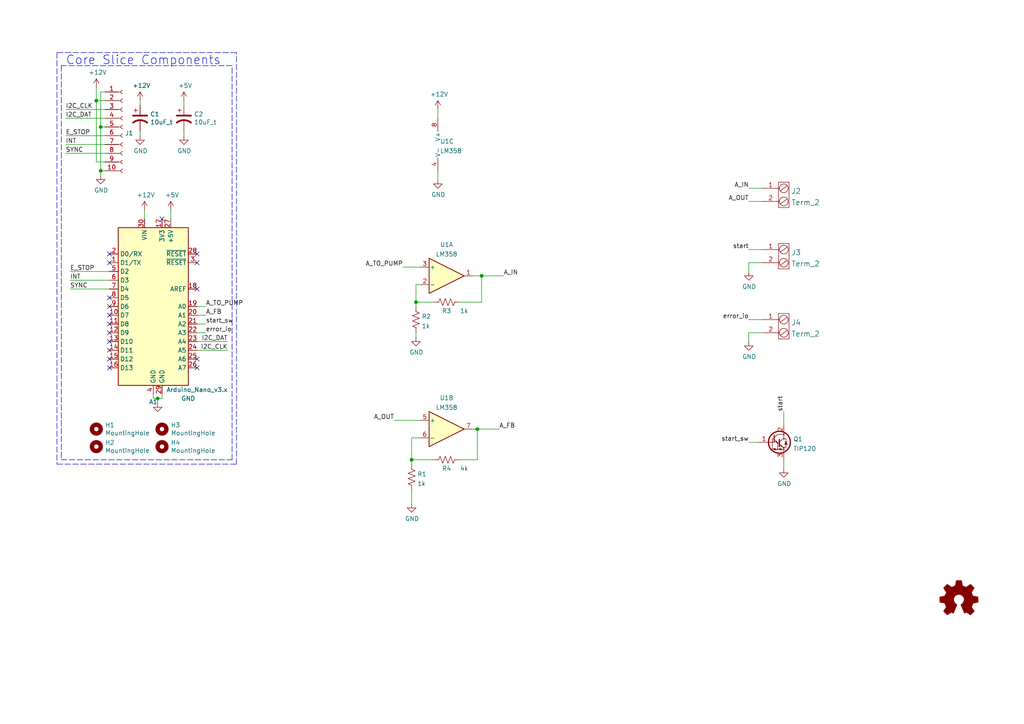
<source format=kicad_sch>
(kicad_sch (version 20231120) (generator "eeschema") (generator_version "8.0")
  (paper "A4")
  (lib_symbols
    (symbol "Amplifier_Operational:LM358" (pin_names (offset 0.127))
      (property "Reference" "U" (at 0 5.08 0))
      (property "Value" "LM358" (at 0 -5.08 0))
      (symbol "LM358_1_1"
        (polyline (pts (xy -5.08 5.08) (xy 5.08 0) (xy -5.08 -5.08) (xy -5.08 5.08)) (stroke (width 0.254)) (fill (type background)))
        (pin output line (at 7.62 0 180) (length 2.54) (name "~") (number "1"))
        (pin input line (at -7.62 -2.54 0) (length 2.54) (name "-") (number "2"))
        (pin input line (at -7.62 2.54 0) (length 2.54) (name "+") (number "3"))
      )
      (symbol "LM358_2_1"
        (polyline (pts (xy -5.08 5.08) (xy 5.08 0) (xy -5.08 -5.08) (xy -5.08 5.08)) (stroke (width 0.254)) (fill (type background)))
        (pin input line (at -7.62 2.54 0) (length 2.54) (name "+") (number "5"))
        (pin input line (at -7.62 -2.54 0) (length 2.54) (name "-") (number "6"))
        (pin output line (at 7.62 0 180) (length 2.54) (name "~") (number "7"))
      )
      (symbol "LM358_3_1"
        (pin power_in line (at -2.54 -7.62 90) (length 3.81) (name "V-") (number "4"))
        (pin power_in line (at -2.54 7.62 270) (length 3.81) (name "V+") (number "8"))
      )
    )
    (symbol "Connector:Conn_01x10_Female" (pin_names (offset 1.016) hide)
      (property "Reference" "J" (at 0 12.7 0))
      (property "Value" "Conn_01x10_Female" (at 0 -15.24 0))
      (symbol "Conn_01x10_Female_1_1"
        (arc (start 0 -12.192) (mid -0.5058 -12.7) (end 0 -13.208) (stroke (width 0.1524)))
        (arc (start 0 -9.652) (mid -0.5058 -10.16) (end 0 -10.668) (stroke (width 0.1524)))
        (arc (start 0 -7.112) (mid -0.5058 -7.62) (end 0 -8.128) (stroke (width 0.1524)))
        (arc (start 0 -4.572) (mid -0.5058 -5.08) (end 0 -5.588) (stroke (width 0.1524)))
        (arc (start 0 -2.032) (mid -0.5058 -2.54) (end 0 -3.048) (stroke (width 0.1524)))
        (polyline (pts (xy -1.27 -12.7) (xy -0.508 -12.7)) (stroke (width 0.1524)))
        (polyline (pts (xy -1.27 -10.16) (xy -0.508 -10.16)) (stroke (width 0.1524)))
        (polyline (pts (xy -1.27 -7.62) (xy -0.508 -7.62)) (stroke (width 0.1524)))
        (polyline (pts (xy -1.27 -5.08) (xy -0.508 -5.08)) (stroke (width 0.1524)))
        (polyline (pts (xy -1.27 -2.54) (xy -0.508 -2.54)) (stroke (width 0.1524)))
        (polyline (pts (xy -1.27 0) (xy -0.508 0)) (stroke (width 0.1524)))
        (polyline (pts (xy -1.27 2.54) (xy -0.508 2.54)) (stroke (width 0.1524)))
        (polyline (pts (xy -1.27 5.08) (xy -0.508 5.08)) (stroke (width 0.1524)))
        (polyline (pts (xy -1.27 7.62) (xy -0.508 7.62)) (stroke (width 0.1524)))
        (polyline (pts (xy -1.27 10.16) (xy -0.508 10.16)) (stroke (width 0.1524)))
        (arc (start 0 0.508) (mid -0.5058 0) (end 0 -0.508) (stroke (width 0.1524)))
        (arc (start 0 3.048) (mid -0.5058 2.54) (end 0 2.032) (stroke (width 0.1524)))
        (arc (start 0 5.588) (mid -0.5058 5.08) (end 0 4.572) (stroke (width 0.1524)))
        (arc (start 0 8.128) (mid -0.5058 7.62) (end 0 7.112) (stroke (width 0.1524)))
        (arc (start 0 10.668) (mid -0.5058 10.16) (end 0 9.652) (stroke (width 0.1524)))
        (pin passive line (at -5.08 10.16 0) (length 3.81) (name "Pin_1") (number "1"))
        (pin passive line (at -5.08 -12.7 0) (length 3.81) (name "Pin_10") (number "10"))
        (pin passive line (at -5.08 7.62 0) (length 3.81) (name "Pin_2") (number "2"))
        (pin passive line (at -5.08 5.08 0) (length 3.81) (name "Pin_3") (number "3"))
        (pin passive line (at -5.08 2.54 0) (length 3.81) (name "Pin_4") (number "4"))
        (pin passive line (at -5.08 0 0) (length 3.81) (name "Pin_5") (number "5"))
        (pin passive line (at -5.08 -2.54 0) (length 3.81) (name "Pin_6") (number "6"))
        (pin passive line (at -5.08 -5.08 0) (length 3.81) (name "Pin_7") (number "7"))
        (pin passive line (at -5.08 -7.62 0) (length 3.81) (name "Pin_8") (number "8"))
        (pin passive line (at -5.08 -10.16 0) (length 3.81) (name "Pin_9") (number "9"))
      )
    )
    (symbol "Device:R_US" (pin_numbers hide) (pin_names (offset 0))
      (property "Reference" "R" (at 2.54 0 90))
      (property "Value" "R_US" (at -2.54 0 90))
      (symbol "R_US_0_1"
        (polyline (pts (xy 0 -2.286) (xy 0 -2.54)))
        (polyline (pts (xy 0 2.286) (xy 0 2.54)))
        (polyline (pts (xy 0 -0.762) (xy 1.016 -1.143) (xy 0 -1.524) (xy -1.016 -1.905) (xy 0 -2.286)))
        (polyline (pts (xy 0 0.762) (xy 1.016 0.381) (xy 0 0) (xy -1.016 -0.381) (xy 0 -0.762)))
        (polyline (pts (xy 0 2.286) (xy 1.016 1.905) (xy 0 1.524) (xy -1.016 1.143) (xy 0 0.762)))
      )
      (symbol "R_US_1_1"
        (pin passive line (at 0 3.81 270) (length 1.27) (name "~") (number "1"))
        (pin passive line (at 0 -3.81 90) (length 1.27) (name "~") (number "2"))
      )
    )
    (symbol "Graphic:Logo_Open_Hardware_Small" (pin_names (offset 1.016))
      (symbol "Logo_Open_Hardware_Small_0_1"
        (polyline (pts (xy 3.3528 -4.3434) (xy 3.302 -4.318) (xy 3.175 -4.2418) (xy 2.9972 -4.1148) (xy 2.7686 -3.9624) (xy 2.54 -3.81) (xy 2.3622 -3.7084) (xy 2.2352 -3.6068) (xy 2.1844 -3.5814) (xy 2.159 -3.6068) (xy 2.0574 -3.6576) (xy 1.905 -3.7338) (xy 1.8034 -3.7846) (xy 1.6764 -3.8354) (xy 1.6002 -3.8354) (xy 1.6002 -3.8354) (xy 1.5494 -3.7338) (xy 1.4732 -3.5306) (xy 1.3462 -3.302) (xy 1.2446 -3.0226) (xy 1.1176 -2.7178) (xy 0.9652 -2.413) (xy 0.8636 -2.1082) (xy 0.7366 -1.8288) (xy 0.6604 -1.6256) (xy 0.6096 -1.4732) (xy 0.5842 -1.397) (xy 0.5842 -1.397) (xy 0.6604 -1.3208) (xy 0.7874 -1.2446) (xy 1.0414 -1.016) (xy 1.2954 -0.6858) (xy 1.4478 -0.3302) (xy 1.524 0.0762) (xy 1.4732 0.4572) (xy 1.3208 0.8128) (xy 1.0668 1.143) (xy 0.762 1.3716) (xy 0.4064 1.524) (xy 0 1.5748) (xy -0.381 1.5494) (xy -0.7366 1.397) (xy -1.0668 1.143) (xy -1.2192 0.9906) (xy -1.397 0.6604) (xy -1.524 0.3048) (xy -1.524 0.2286) (xy -1.4986 -0.1778) (xy -1.397 -0.5334) (xy -1.1938 -0.8636) (xy -0.9144 -1.143) (xy -0.8636 -1.1684) (xy -0.7366 -1.27) (xy -0.635 -1.3462) (xy -0.5842 -1.397) (xy -1.0668 -2.5908) (xy -1.143 -2.794) (xy -1.2954 -3.1242) (xy -1.397 -3.4036) (xy -1.4986 -3.6322) (xy -1.5748 -3.7846) (xy -1.6002 -3.8354) (xy -1.6002 -3.8354) (xy -1.651 -3.8354) (xy -1.7272 -3.81) (xy -1.905 -3.7338) (xy -2.0066 -3.683) (xy -2.1336 -3.6068) (xy -2.2098 -3.5814) (xy -2.2606 -3.6068) (xy -2.3622 -3.683) (xy -2.54 -3.81) (xy -2.7686 -3.9624) (xy -2.9718 -4.0894) (xy -3.1496 -4.2164) (xy -3.302 -4.318) (xy -3.3528 -4.3434) (xy -3.3782 -4.3434) (xy -3.429 -4.318) (xy -3.5306 -4.2164) (xy -3.7084 -4.064) (xy -3.937 -3.8354) (xy -3.9624 -3.81) (xy -4.1656 -3.6068) (xy -4.318 -3.4544) (xy -4.4196 -3.3274) (xy -4.445 -3.2766) (xy -4.445 -3.2766) (xy -4.4196 -3.2258) (xy -4.318 -3.0734) (xy -4.2164 -2.8956) (xy -4.064 -2.667) (xy -3.6576 -2.0828) (xy -3.8862 -1.5494) (xy -3.937 -1.3716) (xy -4.0386 -1.1684) (xy -4.0894 -1.0414) (xy -4.1148 -0.9652) (xy -4.191 -0.9398) (xy -4.318 -0.9144) (xy -4.5466 -0.8636) (xy -4.8006 -0.8128) (xy -5.0546 -0.7874) (xy -5.2578 -0.7366) (xy -5.4356 -0.7112) (xy -5.5118 -0.6858) (xy -5.5118 -0.6858) (xy -5.5372 -0.635) (xy -5.5372 -0.5588) (xy -5.5372 -0.4318) (xy -5.5626 -0.2286) (xy -5.5626 0.0762) (xy -5.5626 0.127) (xy -5.5372 0.4064) (xy -5.5372 0.635) (xy -5.5372 0.762) (xy -5.5372 0.8382) (xy -5.5372 0.8382) (xy -5.461 0.8382) (xy -5.3086 0.889) (xy -5.08 0.9144) (xy -4.826 0.9652) (xy -4.8006 0.9906) (xy -4.5466 1.0414) (xy -4.318 1.0668) (xy -4.1656 1.1176) (xy -4.0894 1.143) (xy -4.0894 1.143) (xy -4.0386 1.2446) (xy -3.9624 1.4224) (xy -3.8608 1.6256) (xy -3.7846 1.8288) (xy -3.7084 2.0066) (xy -3.6576 2.159) (xy -3.6322 2.2098) (xy -3.6322 2.2098) (xy -3.683 2.286) (xy -3.7592 2.413) (xy -3.8862 2.5908) (xy -4.064 2.8194) (xy -4.064 2.8448) (xy -4.2164 3.0734) (xy -4.3434 3.2512) (xy -4.4196 3.3782) (xy -4.445 3.4544) (xy -4.445 3.4544) (xy -4.3942 3.5052) (xy -4.2926 3.6322) (xy -4.1148 3.81) (xy -3.937 4.0132) (xy -3.8608 4.064) (xy -3.6576 4.2926) (xy -3.5052 4.4196) (xy -3.4036 4.4958) (xy -3.3528 4.5212) (xy -3.3528 4.5212) (xy -3.302 4.4704) (xy -3.1496 4.3688) (xy -2.9718 4.2418) (xy -2.7432 4.0894) (xy -2.7178 4.0894) (xy -2.4892 3.937) (xy -2.3114 3.81) (xy -2.1844 3.7084) (xy -2.1336 3.683) (xy -2.1082 3.683) (xy -2.032 3.7084) (xy -1.8542 3.7592) (xy -1.6764 3.8354) (xy -1.4732 3.937) (xy -1.27 4.0132) (xy -1.143 4.064) (xy -1.0668 4.1148) (xy -1.0668 4.1148) (xy -1.0414 4.191) (xy -1.016 4.3434) (xy -0.9652 4.572) (xy -0.9144 4.8514) (xy -0.889 4.9022) (xy -0.8382 5.1562) (xy -0.8128 5.3848) (xy -0.7874 5.5372) (xy -0.762 5.588) (xy -0.7112 5.6134) (xy -0.5842 5.6134) (xy -0.4064 5.6134) (xy -0.1524 5.6134) (xy 0.0762 5.6134) (xy 0.3302 5.6134) (xy 0.5334 5.6134) (xy 0.6858 5.588) (xy 0.7366 5.588) (xy 0.7366 5.588) (xy 0.762 5.5118) (xy 0.8128 5.334) (xy 0.8382 5.1054) (xy 0.9144 4.826) (xy 0.9144 4.7752) (xy 0.9652 4.5212) (xy 1.016 4.2926) (xy 1.0414 4.1402) (xy 1.0668 4.0894) (xy 1.0668 4.0894) (xy 1.1938 4.0386) (xy 1.3716 3.9624) (xy 1.5748 3.8608) (xy 2.0828 3.6576) (xy 2.7178 4.0894) (xy 2.7686 4.1402) (xy 2.9972 4.2926) (xy 3.175 4.4196) (xy 3.302 4.4958) (xy 3.3782 4.5212) (xy 3.3782 4.5212) (xy 3.429 4.4704) (xy 3.556 4.3434) (xy 3.7338 4.191) (xy 3.9116 3.9878) (xy 4.064 3.8354) (xy 4.2418 3.6576) (xy 4.3434 3.556) (xy 4.4196 3.4798) (xy 4.4196 3.429) (xy 4.4196 3.4036) (xy 4.3942 3.3274) (xy 4.2926 3.2004) (xy 4.1656 2.9972) (xy 4.0132 2.794) (xy 3.8862 2.5908) (xy 3.7592 2.3876) (xy 3.6576 2.2352) (xy 3.6322 2.159) (xy 3.6322 2.1336) (xy 3.683 2.0066) (xy 3.7592 1.8288) (xy 3.8608 1.6002) (xy 4.064 1.1176) (xy 4.3942 1.0414) (xy 4.5974 1.016) (xy 4.8768 0.9652) (xy 5.1308 0.9144) (xy 5.5372 0.8382) (xy 5.5626 -0.6604) (xy 5.4864 -0.6858) (xy 5.4356 -0.6858) (xy 5.2832 -0.7366) (xy 5.0546 -0.762) (xy 4.8006 -0.8128) (xy 4.5974 -0.8636) (xy 4.3688 -0.9144) (xy 4.2164 -0.9398) (xy 4.1402 -0.9398) (xy 4.1148 -0.9652) (xy 4.064 -1.0668) (xy 3.9878 -1.2446) (xy 3.9116 -1.4478) (xy 3.81 -1.651) (xy 3.7338 -1.8542) (xy 3.683 -2.0066) (xy 3.6576 -2.0828) (xy 3.683 -2.1336) (xy 3.7846 -2.2606) (xy 3.8862 -2.4638) (xy 4.0386 -2.667) (xy 4.191 -2.8956) (xy 4.318 -3.0734) (xy 4.3942 -3.2004) (xy 4.445 -3.2766) (xy 4.4196 -3.3274) (xy 4.3434 -3.429) (xy 4.1656 -3.5814) (xy 3.937 -3.8354) (xy 3.8862 -3.8608) (xy 3.683 -4.064) (xy 3.5306 -4.2164) (xy 3.4036 -4.318) (xy 3.3528 -4.3434)) (fill (type outline)))
      )
    )
    (symbol "MCU_Module:Arduino_Nano_v3.x"
      (property "Reference" "A" (at -10.16 23.495 0))
      (property "Value" "Arduino_Nano_v3.x" (at 5.08 -24.13 0))
      (symbol "Arduino_Nano_v3.x_0_1"
        (rectangle (start -10.16 22.86) (end 10.16 -22.86) (stroke (width 0.254)) (fill (type background)))
      )
      (symbol "Arduino_Nano_v3.x_1_1"
        (pin bidirectional line (at -12.7 12.7 0) (length 2.54) (name "D1/TX") (number "1"))
        (pin bidirectional line (at -12.7 -2.54 0) (length 2.54) (name "D7") (number "10"))
        (pin bidirectional line (at -12.7 -5.08 0) (length 2.54) (name "D8") (number "11"))
        (pin bidirectional line (at -12.7 -7.62 0) (length 2.54) (name "D9") (number "12"))
        (pin bidirectional line (at -12.7 -10.16 0) (length 2.54) (name "D10") (number "13"))
        (pin bidirectional line (at -12.7 -12.7 0) (length 2.54) (name "D11") (number "14"))
        (pin bidirectional line (at -12.7 -15.24 0) (length 2.54) (name "D12") (number "15"))
        (pin bidirectional line (at -12.7 -17.78 0) (length 2.54) (name "D13") (number "16"))
        (pin power_out line (at 2.54 25.4 270) (length 2.54) (name "3V3") (number "17"))
        (pin input line (at 12.7 5.08 180) (length 2.54) (name "AREF") (number "18"))
        (pin bidirectional line (at 12.7 0 180) (length 2.54) (name "A0") (number "19"))
        (pin bidirectional line (at -12.7 15.24 0) (length 2.54) (name "D0/RX") (number "2"))
        (pin bidirectional line (at 12.7 -2.54 180) (length 2.54) (name "A1") (number "20"))
        (pin bidirectional line (at 12.7 -5.08 180) (length 2.54) (name "A2") (number "21"))
        (pin bidirectional line (at 12.7 -7.62 180) (length 2.54) (name "A3") (number "22"))
        (pin bidirectional line (at 12.7 -10.16 180) (length 2.54) (name "A4") (number "23"))
        (pin bidirectional line (at 12.7 -12.7 180) (length 2.54) (name "A5") (number "24"))
        (pin bidirectional line (at 12.7 -15.24 180) (length 2.54) (name "A6") (number "25"))
        (pin bidirectional line (at 12.7 -17.78 180) (length 2.54) (name "A7") (number "26"))
        (pin power_out line (at 5.08 25.4 270) (length 2.54) (name "+5V") (number "27"))
        (pin input line (at 12.7 15.24 180) (length 2.54) (name "~{RESET}") (number "28"))
        (pin power_in line (at 2.54 -25.4 90) (length 2.54) (name "GND") (number "29"))
        (pin input line (at 12.7 12.7 180) (length 2.54) (name "~{RESET}") (number "3"))
        (pin power_in line (at -2.54 25.4 270) (length 2.54) (name "VIN") (number "30"))
        (pin power_in line (at 0 -25.4 90) (length 2.54) (name "GND") (number "4"))
        (pin bidirectional line (at -12.7 10.16 0) (length 2.54) (name "D2") (number "5"))
        (pin bidirectional line (at -12.7 7.62 0) (length 2.54) (name "D3") (number "6"))
        (pin bidirectional line (at -12.7 5.08 0) (length 2.54) (name "D4") (number "7"))
        (pin bidirectional line (at -12.7 2.54 0) (length 2.54) (name "D5") (number "8"))
        (pin bidirectional line (at -12.7 0 0) (length 2.54) (name "D6") (number "9"))
      )
    )
    (symbol "Mechanical:MountingHole" (pin_names (offset 1.016))
      (property "Reference" "H" (at 0 5.08 0))
      (property "Value" "MountingHole" (at 0 3.175 0))
      (symbol "MountingHole_0_1"
        (circle (center 0 0) (radius 1.27) (stroke (width 1.27)))
      )
    )
    (symbol "OCI_UPL_10_Connectors:Term_2" (pin_names (offset 1.016))
      (property "Reference" "J" (at 3.81 1.27 0))
      (property "Value" "Term_2" (at 6.35 3.81 0))
      (symbol "Term_2_0_1"
        (rectangle (start -1.524 5.588) (end 1.524 -1.778))
        (polyline (pts (xy -1.016 -0.762) (xy 1.016 0.762)))
        (polyline (pts (xy -1.016 3.048) (xy 1.016 4.572)))
        (circle (center 0 0) (radius 1.27))
        (circle (center 0 3.81) (radius 1.27))
      )
      (symbol "Term_2_1_1"
        (pin input line (at -6.35 3.81 0) (length 5.08) (name "~") (number "1"))
        (pin input line (at -6.35 0 0) (length 5.08) (name "~") (number "2"))
      )
    )
    (symbol "OCI_UPL_2_Capacitors:10uF_t" (pin_numbers hide) (pin_names (offset 0.254) hide)
      (property "Reference" "C" (at 0.635 2.54 0))
      (property "Value" "OCI_UPL_2_Capacitors_10uF_t" (at 0.635 -2.54 0))
      (symbol "10uF_t_0_1"
        (polyline (pts (xy -2.032 0.762) (xy 2.032 0.762)) (stroke (width 0.508)))
        (polyline (pts (xy -1.778 2.286) (xy -0.762 2.286)))
        (polyline (pts (xy -1.27 1.778) (xy -1.27 2.794)))
        (arc (start 2.032 -1.27) (mid 0 -0.5572) (end -2.032 -1.27) (stroke (width 0.508)))
      )
      (symbol "10uF_t_1_1"
        (pin passive line (at 0 3.81 270) (length 2.794) (name "~") (number "1"))
        (pin passive line (at 0 -3.81 90) (length 3.302) (name "~") (number "2"))
      )
    )
    (symbol "Transistor_BJT:TIP120" (pin_names (offset 0) hide)
      (property "Reference" "Q" (at 5.08 1.905 0))
      (property "Value" "TIP120" (at 5.08 0 0))
      (symbol "TIP120_0_1"
        (circle (center -0.762 0) (radius 0.127))
        (polyline (pts (xy -1.27 0) (xy -0.889 0)))
        (polyline (pts (xy 2.54 -2.032) (xy 2.54 -2.54)))
        (polyline (pts (xy 2.54 -1.524) (xy 3.175 -1.524)))
        (polyline (pts (xy 2.794 0.127) (xy 3.556 0.127)))
        (polyline (pts (xy 3.175 -0.635) (xy 3.175 -1.524)))
        (polyline (pts (xy 3.175 1.016) (xy 2.54 1.016)))
        (polyline (pts (xy 3.175 1.016) (xy 3.175 0.127)))
        (polyline (pts (xy -0.254 0.762) (xy 0.762 -0.254) (xy 1.27 -0.254)))
        (polyline (pts (xy -0.254 1.016) (xy -0.762 1.016) (xy -0.762 -2.032)))
        (polyline (pts (xy -0.254 1.27) (xy 0.762 2.286) (xy 2.54 2.286)))
        (polyline (pts (xy -0.254 2.032) (xy -0.254 0) (xy -0.254 0)) (stroke (width 0.3048)))
        (polyline (pts (xy 1.27 0.762) (xy 1.27 -1.27) (xy 1.27 -1.27)) (stroke (width 0.381)))
        (polyline (pts (xy 0.635 -0.127) (xy 0.381 0.381) (xy 0.127 0.127) (xy 0.635 -0.127)))
        (polyline (pts (xy 1.27 -0.508) (xy 2.286 -1.524) (xy 2.54 -1.524) (xy 2.54 -2.032)))
        (polyline (pts (xy 1.27 0) (xy 2.286 1.016) (xy 2.54 1.016) (xy 2.54 2.286)))
        (polyline (pts (xy 2.159 -1.397) (xy 1.905 -0.889) (xy 1.651 -1.143) (xy 2.159 -1.397)))
        (polyline (pts (xy 3.175 0.127) (xy 2.794 -0.635) (xy 3.556 -0.635) (xy 3.175 0.127)) (fill (type outline)))
        (polyline (pts (xy 0.762 -2.032) (xy 0.381 -2.032) (xy 0.254 -2.286) (xy 0.127 -1.778) (xy 0 -2.286) (xy -0.127 -1.778) (xy -0.254 -2.286) (xy -0.381 -1.778) (xy -0.508 -2.032) (xy -0.762 -2.032)))
        (polyline (pts (xy 0.762 -0.254) (xy 0.762 -2.032) (xy 1.143 -2.032) (xy 1.27 -1.778) (xy 1.397 -2.286) (xy 1.524 -1.778) (xy 1.651 -2.286) (xy 1.778 -1.778) (xy 1.905 -2.286) (xy 2.032 -2.032) (xy 2.54 -2.032)))
        (circle (center 0.762 -2.032) (radius 0.127))
        (circle (center 0.762 -0.254) (radius 0.127))
        (circle (center 1.27 0) (radius 3.175) (stroke (width 0.3556)))
        (circle (center 2.54 -2.032) (radius 0.127))
        (circle (center 2.54 -1.524) (radius 0.127))
        (circle (center 2.54 1.016) (radius 0.127))
        (circle (center 2.54 2.286) (radius 0.127))
      )
      (symbol "TIP120_1_1"
        (pin input line (at -5.08 0 0) (length 3.81) (name "B") (number "1"))
        (pin passive line (at 2.54 5.08 270) (length 2.667) (name "C") (number "2"))
        (pin passive line (at 2.54 -5.08 90) (length 2.54) (name "E") (number "3"))
      )
    )
    (symbol "power:+12V" (power) (pin_names (offset 0))
      (property "Value" "+12V" (at 0 3.556 0))
      (symbol "+12V_0_1"
        (polyline (pts (xy -0.762 1.27) (xy 0 2.54)))
        (polyline (pts (xy 0 0) (xy 0 2.54)))
        (polyline (pts (xy 0 2.54) (xy 0.762 1.27)))
      )
      (symbol "+12V_1_1"
        (pin power_in line (at 0 0 90) (length 0) hide (name "+12V") (number "1"))
      )
    )
    (symbol "power:+5V" (power) (pin_names (offset 0))
      (property "Value" "+5V" (at 0 3.556 0))
      (symbol "+5V_0_1"
        (polyline (pts (xy -0.762 1.27) (xy 0 2.54)))
        (polyline (pts (xy 0 0) (xy 0 2.54)))
        (polyline (pts (xy 0 2.54) (xy 0.762 1.27)))
      )
      (symbol "+5V_1_1"
        (pin power_in line (at 0 0 90) (length 0) hide (name "+5V") (number "1"))
      )
    )
    (symbol "power:GND" (power) (pin_names (offset 0))
      (property "Value" "GND" (at 0 -3.81 0))
      (symbol "GND_0_1"
        (polyline (pts (xy 0 0) (xy 0 -1.27) (xy 1.27 -1.27) (xy 0 -2.54) (xy -1.27 -1.27) (xy 0 -1.27)))
      )
      (symbol "GND_1_1"
        (pin power_in line (at 0 0 270) (length 0) hide (name "GND") (number "1"))
      )
    )
  )
  (junction (at 45.72 115.57))
  (junction (at 29.21 36.83))
  (junction (at 27.94 29.21))
  (junction (at 139.7 80.01))
  (junction (at 119.38 133.35))
  (junction (at 138.43 124.46))
  (junction (at 29.21 49.53))
  (junction (at 120.65 87.63))
  (no_connect (at 46.99 63.5))
  (no_connect (at 57.15 83.82))
  (no_connect (at 31.75 73.66))
  (no_connect (at 31.75 76.2))
  (no_connect (at 57.15 73.66))
  (no_connect (at 57.15 104.14))
  (no_connect (at 57.15 106.68))
  (no_connect (at 31.75 101.6))
  (no_connect (at 31.75 104.14))
  (no_connect (at 31.75 106.68))
  (no_connect (at 31.75 86.36))
  (no_connect (at 31.75 88.9))
  (no_connect (at 31.75 91.44))
  (no_connect (at 31.75 93.98))
  (no_connect (at 31.75 96.52))
  (no_connect (at 31.75 99.06))
  (no_connect (at 57.15 76.2))
  (wire (pts (xy 57.15 93.98) (xy 59.69 93.98)))
  (wire (pts (xy 44.45 114.3) (xy 44.45 115.57)))
  (wire (pts (xy 30.48 31.75) (xy 19.05 31.75)))
  (wire (pts (xy 57.15 91.44) (xy 59.69 91.44)))
  (wire (pts (xy 30.48 36.83) (xy 29.21 36.83)))
  (polyline (pts (xy 67.31 133.35) (xy 67.31 19.05)) (stroke (width 0) (type dash)))
  (wire (pts (xy 127 49.53) (xy 127 52.07)))
  (polyline (pts (xy 17.78 19.05) (xy 17.78 133.35)) (stroke (width 0) (type dash)))
  (wire (pts (xy 227.33 133.35) (xy 227.33 135.89)))
  (wire (pts (xy 227.33 119.38) (xy 227.33 123.19)))
  (wire (pts (xy 119.38 142.24) (xy 119.38 146.05)))
  (wire (pts (xy 30.48 49.53) (xy 29.21 49.53)))
  (wire (pts (xy 138.43 133.35) (xy 133.35 133.35)))
  (wire (pts (xy 19.05 44.45) (xy 30.48 44.45)))
  (wire (pts (xy 217.17 128.27) (xy 219.71 128.27)))
  (polyline (pts (xy 67.31 19.05) (xy 17.78 19.05)) (stroke (width 0) (type dash)))
  (wire (pts (xy 217.17 58.42) (xy 220.98 58.42)))
  (wire (pts (xy 45.72 115.57) (xy 46.99 115.57)))
  (polyline (pts (xy 16.51 134.62) (xy 68.58 134.62)) (stroke (width 0) (type dash)))
  (wire (pts (xy 41.91 60.96) (xy 41.91 63.5)))
  (wire (pts (xy 57.15 101.6) (xy 66.04 101.6)))
  (wire (pts (xy 53.34 39.37) (xy 53.34 38.1)))
  (wire (pts (xy 19.05 41.91) (xy 30.48 41.91)))
  (polyline (pts (xy 68.58 15.24) (xy 16.51 15.24)) (stroke (width 0) (type dash)))
  (wire (pts (xy 40.64 30.48) (xy 40.64 29.21)))
  (wire (pts (xy 27.94 29.21) (xy 30.48 29.21)))
  (polyline (pts (xy 17.78 133.35) (xy 67.31 133.35)) (stroke (width 0) (type dash)))
  (wire (pts (xy 27.94 25.4) (xy 27.94 29.21)))
  (wire (pts (xy 220.98 76.2) (xy 217.17 76.2)))
  (wire (pts (xy 220.98 96.52) (xy 217.17 96.52)))
  (wire (pts (xy 31.75 78.74) (xy 20.32 78.74)))
  (wire (pts (xy 40.64 39.37) (xy 40.64 38.1)))
  (polyline (pts (xy 68.58 134.62) (xy 68.58 15.24)) (stroke (width 0) (type dash)))
  (wire (pts (xy 30.48 46.99) (xy 27.94 46.99)))
  (wire (pts (xy 116.84 77.47) (xy 121.92 77.47)))
  (wire (pts (xy 19.05 34.29) (xy 30.48 34.29)))
  (wire (pts (xy 217.17 54.61) (xy 220.98 54.61)))
  (wire (pts (xy 44.45 115.57) (xy 45.72 115.57)))
  (wire (pts (xy 120.65 82.55) (xy 120.65 87.63)))
  (wire (pts (xy 125.73 87.63) (xy 120.65 87.63)))
  (wire (pts (xy 139.7 80.01) (xy 137.16 80.01)))
  (wire (pts (xy 217.17 96.52) (xy 217.17 99.06)))
  (wire (pts (xy 138.43 124.46) (xy 138.43 133.35)))
  (polyline (pts (xy 16.51 15.24) (xy 16.51 134.62)) (stroke (width 0) (type dash)))
  (wire (pts (xy 127 31.75) (xy 127 34.29)))
  (wire (pts (xy 27.94 46.99) (xy 27.94 29.21)))
  (wire (pts (xy 125.73 133.35) (xy 119.38 133.35)))
  (wire (pts (xy 29.21 26.67) (xy 30.48 26.67)))
  (wire (pts (xy 217.17 76.2) (xy 217.17 78.74)))
  (wire (pts (xy 217.17 92.71) (xy 220.98 92.71)))
  (wire (pts (xy 119.38 133.35) (xy 119.38 127)))
  (wire (pts (xy 49.53 60.96) (xy 49.53 63.5)))
  (wire (pts (xy 137.16 124.46) (xy 138.43 124.46)))
  (wire (pts (xy 29.21 50.8) (xy 29.21 49.53)))
  (wire (pts (xy 66.04 99.06) (xy 57.15 99.06)))
  (wire (pts (xy 46.99 115.57) (xy 46.99 114.3)))
  (wire (pts (xy 53.34 30.48) (xy 53.34 29.21)))
  (wire (pts (xy 30.48 39.37) (xy 19.05 39.37)))
  (wire (pts (xy 29.21 36.83) (xy 29.21 26.67)))
  (wire (pts (xy 20.32 83.82) (xy 31.75 83.82)))
  (wire (pts (xy 217.17 72.39) (xy 220.98 72.39)))
  (wire (pts (xy 119.38 127) (xy 121.92 127)))
  (wire (pts (xy 29.21 49.53) (xy 29.21 36.83)))
  (wire (pts (xy 114.3 121.92) (xy 121.92 121.92)))
  (wire (pts (xy 138.43 124.46) (xy 144.78 124.46)))
  (wire (pts (xy 20.32 81.28) (xy 31.75 81.28)))
  (wire (pts (xy 120.65 87.63) (xy 120.65 88.9)))
  (wire (pts (xy 119.38 133.35) (xy 119.38 134.62)))
  (wire (pts (xy 120.65 96.52) (xy 120.65 97.79)))
  (wire (pts (xy 121.92 82.55) (xy 120.65 82.55)))
  (wire (pts (xy 139.7 87.63) (xy 139.7 80.01)))
  (wire (pts (xy 133.35 87.63) (xy 139.7 87.63)))
  (wire (pts (xy 45.72 115.57) (xy 45.72 116.84)))
  (wire (pts (xy 139.7 80.01) (xy 146.05 80.01)))
  (wire (pts (xy 57.15 88.9) (xy 59.69 88.9)))
  (wire (pts (xy 57.15 96.52) (xy 59.69 96.52)))
  (text "Core Slice Components" (at 19.05 19.05 0) (effects (font (size 2.54 2.54)) (justify left bottom)))
  (label "SYNC" (at 20.32 83.82 0))
  (label "A_OUT" (at 114.3 121.92 180))
  (label "I2C_CLK" (at 19.05 31.75 0))
  (label "start" (at 227.33 119.38 90))
  (label "I2C_DAT" (at 19.05 34.29 0))
  (label "I2C_CLK" (at 66.04 101.6 180))
  (label "start" (at 217.17 72.39 180))
  (label "A_FB" (at 144.78 124.46 0))
  (label "start_sw" (at 59.69 93.98 0))
  (label "A_FB" (at 59.69 91.44 0))
  (label "SYNC" (at 19.05 44.45 0))
  (label "INT" (at 19.05 41.91 0))
  (label "A_TO_PUMP" (at 116.84 77.47 180))
  (label "A_IN" (at 217.17 54.61 180))
  (label "A_OUT" (at 217.17 58.42 180))
  (label "A_TO_PUMP" (at 59.69 88.9 0))
  (label "E_STOP" (at 19.05 39.37 0))
  (label "error_io" (at 217.17 92.71 180))
  (label "error_io" (at 59.69 96.52 0))
  (label "I2C_DAT" (at 66.04 99.06 180))
  (label "A_IN" (at 146.05 80.01 0))
  (label "E_STOP" (at 20.32 78.74 0))
  (label "INT" (at 20.32 81.28 0))
  (label "start_sw" (at 217.17 128.27 180))
  (symbol (lib_id "power:GND") (at 45.72 116.84 0) (unit 1)
    (property "Reference" "#PWR06" (effects (hide yes)))
    (property "Value" "GND" (at 54.61 115.57 0))
  )
  (symbol (lib_id "power:+5V") (at 49.53 60.96 0) (unit 1)
    (property "Reference" "#PWR07" (effects (hide yes)))
    (property "Value" "+5V" (at 49.911 56.5658 0))
  )
  (symbol (lib_id "power:+12V") (at 41.91 60.96 0) (unit 1)
    (property "Reference" "#PWR05" (effects (hide yes)))
    (property "Value" "+12V" (at 42.291 56.5658 0))
  )
  (symbol (lib_id "OCI_UPL_2_Capacitors:10uF_t") (at 40.64 34.29 0) (unit 1)
    (property "Reference" "C1" (at 43.561 33.1216 0) (effects (justify left)))
    (property "Value" "10uF_t" (at 43.561 35.433 0) (effects (justify left)))
    (property "Footprint" "OCI_UPL_FOOTPRINTS:C_2312" (effects (hide yes)))
    (property "Datasheet" "https://www.digikey.com/short/qcd8n7" (effects (hide yes)))
    (property "Part #" "T491C106K025AT" (effects (hide yes)))
    (property "UPL #" "2.021" (effects (hide yes)))
  )
  (symbol (lib_id "power:GND") (at 40.64 39.37 0) (unit 1)
    (property "Reference" "#PWR04" (effects (hide yes)))
    (property "Value" "GND" (at 40.767 43.7642 0))
  )
  (symbol (lib_id "Mechanical:MountingHole") (at 27.94 124.46 0) (unit 1)
    (property "Reference" "H1" (at 30.48 123.2916 0) (effects (justify left)))
    (property "Value" "MountingHole" (at 30.48 125.603 0) (effects (justify left)))
    (property "Footprint" "MountingHole:MountingHole_3.2mm_M3_DIN965_Pad" (effects (hide yes)))
  )
  (symbol (lib_id "Mechanical:MountingHole") (at 46.99 124.46 0) (unit 1)
    (property "Reference" "H3" (at 49.53 123.2916 0) (effects (justify left)))
    (property "Value" "MountingHole" (at 49.53 125.603 0) (effects (justify left)))
    (property "Footprint" "MountingHole:MountingHole_3.2mm_M3_DIN965_Pad" (effects (hide yes)))
  )
  (symbol (lib_id "Mechanical:MountingHole") (at 27.94 129.54 0) (unit 1)
    (property "Reference" "H2" (at 30.48 128.3716 0) (effects (justify left)))
    (property "Value" "MountingHole" (at 30.48 130.683 0) (effects (justify left)))
    (property "Footprint" "MountingHole:MountingHole_3.2mm_M3_DIN965_Pad" (effects (hide yes)))
  )
  (symbol (lib_id "Mechanical:MountingHole") (at 46.99 129.54 0) (unit 1)
    (property "Reference" "H4" (at 49.53 128.3716 0) (effects (justify left)))
    (property "Value" "MountingHole" (at 49.53 130.683 0) (effects (justify left)))
    (property "Footprint" "MountingHole:MountingHole_3.2mm_M3_DIN965_Pad" (effects (hide yes)))
  )
  (symbol (lib_id "MCU_Module:Arduino_Nano_v3.x") (at 44.45 88.9 0) (unit 1)
    (property "Reference" "A1" (at 44.45 116.5606 0))
    (property "Value" "Arduino_Nano_v3.x" (at 57.15 113.03 0))
    (property "Footprint" "Module:Arduino_Nano" (effects (hide yes)))
    (property "Datasheet" "http://www.mouser.com/pdfdocs/Gravitech_Arduino_Nano3_0.pdf" (effects (hide yes)))
  )
  (symbol (lib_id "Graphic:Logo_Open_Hardware_Small") (at 278.13 173.99 0) (unit 1)
    (property "Reference" "Logo1" (effects (hide yes)))
    (property "Value" "Logo_Open_Hardware_Small" (effects (hide yes)))
    (property "Footprint" "Symbol:OSHW-Symbol_6.7x6mm_SilkScreen" (effects (hide yes)))
  )
  (symbol (lib_id "Connector:Conn_01x10_Female") (at 35.56 36.83 0) (unit 1)
    (property "Reference" "J1" (at 36.2712 38.608 0) (effects (justify left)))
    (property "Value" "Conn_01x10_Female" (effects (hide yes)))
    (property "Footprint" "Connector_PinSocket_2.54mm:PinSocket_1x10_P2.54mm_Horizontal" (effects (hide yes)))
  )
  (symbol (lib_id "power:+12V") (at 27.94 25.4 0) (unit 1)
    (property "Reference" "#PWR01" (effects (hide yes)))
    (property "Value" "+12V" (at 28.321 21.0058 0))
  )
  (symbol (lib_id "power:GND") (at 29.21 50.8 0) (unit 1)
    (property "Reference" "#PWR02" (effects (hide yes)))
    (property "Value" "GND" (at 29.337 55.1942 0))
  )
  (symbol (lib_id "power:+12V") (at 40.64 29.21 0) (unit 1)
    (property "Reference" "#PWR03" (effects (hide yes)))
    (property "Value" "+12V" (at 41.021 24.8158 0))
  )
  (symbol (lib_id "OCI_UPL_2_Capacitors:10uF_t") (at 53.34 34.29 0) (unit 1)
    (property "Reference" "C2" (at 56.261 33.1216 0) (effects (justify left)))
    (property "Value" "10uF_t" (at 56.261 35.433 0) (effects (justify left)))
    (property "Footprint" "OCI_UPL_FOOTPRINTS:C_2312" (effects (hide yes)))
    (property "Datasheet" "https://www.digikey.com/short/qcd8n7" (effects (hide yes)))
    (property "Part #" "T491C106K025AT" (effects (hide yes)))
    (property "UPL #" "2.021" (effects (hide yes)))
  )
  (symbol (lib_id "power:GND") (at 53.34 39.37 0) (unit 1)
    (property "Reference" "#PWR09" (effects (hide yes)))
    (property "Value" "GND" (at 53.467 43.7642 0))
  )
  (symbol (lib_id "power:+5V") (at 53.34 29.21 0) (unit 1)
    (property "Reference" "#PWR08" (effects (hide yes)))
    (property "Value" "+5V" (at 53.721 24.8158 0))
  )
  (symbol (lib_id "Amplifier_Operational:LM358") (at 129.54 41.91 0) (unit 3)
    (property "Reference" "U1" (at 127.635 41.0015 0) (effects (justify left)))
    (property "Value" "LM358" (at 127.635 43.7766 0) (effects (justify left)))
    (property "Footprint" "OCI:DIP-8_W7.62mm_LongPads" (effects (hide yes)))
    (property "Datasheet" "http://www.ti.com/lit/ds/symlink/lm2904-n.pdf" (effects (hide yes)))
  )
  (symbol (lib_id "power:GND") (at 127 52.07 0) (unit 1)
    (property "Reference" "#PWR013" (effects (hide yes)))
    (property "Value" "GND" (at 127.127 56.4642 0))
  )
  (symbol (lib_id "OCI_UPL_10_Connectors:Term_2") (at 227.33 96.52 0) (unit 1)
    (property "Reference" "J4" (at 229.489 93.5503 0) (effects (font (size 1.524 1.524)) (justify left)))
    (property "Value" "Term_2" (at 229.489 96.8293 0) (effects (font (size 1.524 1.524)) (justify left)))
    (property "Footprint" "OCI:TerminalBlock_Pheonix_MKDS1.5-2pol" (effects (hide yes)))
    (property "Datasheet" "https://www.digikey.com/short/q7wbhd" (effects (hide yes)))
    (property "Part #" "1935161" (effects (hide yes)))
    (property "UPL #" "10.003" (effects (hide yes)))
  )
  (symbol (lib_id "power:GND") (at 120.65 97.79 0) (unit 1)
    (property "Reference" "#PWR011" (effects (hide yes)))
    (property "Value" "GND" (at 120.777 102.1842 0))
  )
  (symbol (lib_id "OCI_UPL_10_Connectors:Term_2") (at 227.33 76.2 0) (unit 1)
    (property "Reference" "J3" (at 229.489 73.2303 0) (effects (font (size 1.524 1.524)) (justify left)))
    (property "Value" "Term_2" (at 229.489 76.5093 0) (effects (font (size 1.524 1.524)) (justify left)))
    (property "Footprint" "OCI:TerminalBlock_Pheonix_MKDS1.5-2pol" (effects (hide yes)))
    (property "Datasheet" "https://www.digikey.com/short/q7wbhd" (effects (hide yes)))
    (property "Part #" "1935161" (effects (hide yes)))
    (property "UPL #" "10.003" (effects (hide yes)))
  )
  (symbol (lib_id "Amplifier_Operational:LM358") (at 129.54 80.01 0) (unit 1)
    (property "Reference" "U1" (at 129.54 70.9635 0))
    (property "Value" "LM358" (at 129.54 73.7386 0))
    (property "Footprint" "OCI:DIP-8_W7.62mm_LongPads" (effects (hide yes)))
    (property "Datasheet" "http://www.ti.com/lit/ds/symlink/lm2904-n.pdf" (effects (hide yes)))
  )
  (symbol (lib_id "power:GND") (at 227.33 135.89 0) (unit 1)
    (property "Reference" "#PWR016" (effects (hide yes)))
    (property "Value" "GND" (at 227.457 140.2842 0))
  )
  (symbol (lib_id "Device:R_US") (at 129.54 133.35 90) (unit 1)
    (property "Reference" "R4" (at 129.54 135.89 90))
    (property "Value" "4k" (at 134.62 135.89 90))
    (property "Footprint" "OCI:R_1206_HandSoldering" (effects (hide yes)))
  )
  (symbol (lib_id "Amplifier_Operational:LM358") (at 129.54 124.46 0) (unit 2)
    (property "Reference" "U1" (at 129.54 115.4135 0))
    (property "Value" "LM358" (at 129.54 118.1886 0))
    (property "Footprint" "OCI:DIP-8_W7.62mm_LongPads" (effects (hide yes)))
    (property "Datasheet" "http://www.ti.com/lit/ds/symlink/lm2904-n.pdf" (effects (hide yes)))
  )
  (symbol (lib_id "power:GND") (at 217.17 99.06 0) (unit 1)
    (property "Reference" "#PWR015" (effects (hide yes)))
    (property "Value" "GND" (at 217.297 103.4542 0))
  )
  (symbol (lib_id "power:GND") (at 119.38 146.05 0) (unit 1)
    (property "Reference" "#PWR010" (effects (hide yes)))
    (property "Value" "GND" (at 119.507 150.4442 0))
  )
  (symbol (lib_id "Device:R_US") (at 119.38 138.43 180) (unit 1)
    (property "Reference" "R1" (at 121.031 137.5215 0) (effects (justify right)))
    (property "Value" "1k" (at 121.031 140.2966 0) (effects (justify right)))
    (property "Footprint" "OCI:R_1206_HandSoldering" (effects (hide yes)))
  )
  (symbol (lib_id "Device:R_US") (at 129.54 87.63 90) (unit 1)
    (property "Reference" "R3" (at 129.54 90.17 90))
    (property "Value" "1k" (at 134.62 90.17 90))
    (property "Footprint" "OCI:R_1206_HandSoldering" (effects (hide yes)))
  )
  (symbol (lib_id "Transistor_BJT:TIP120") (at 224.79 128.27 0) (unit 1)
    (property "Reference" "Q1" (at 230.0478 127.3615 0) (effects (justify left)))
    (property "Value" "TIP120" (at 230.0478 130.1366 0) (effects (justify left)))
    (property "Footprint" "Package_TO_SOT_THT:TO-220-3_Vertical" (effects (hide yes)))
    (property "Datasheet" "https://www.onsemi.com/pub/Collateral/TIP120-D.PDF" (effects (hide yes)))
  )
  (symbol (lib_id "power:GND") (at 217.17 78.74 0) (unit 1)
    (property "Reference" "#PWR014" (effects (hide yes)))
    (property "Value" "GND" (at 217.297 83.1342 0))
  )
  (symbol (lib_id "power:+12V") (at 127 31.75 0) (unit 1)
    (property "Reference" "#PWR012" (effects (hide yes)))
    (property "Value" "+12V" (at 127.381 27.3558 0))
  )
  (symbol (lib_id "Device:R_US") (at 120.65 92.71 180) (unit 1)
    (property "Reference" "R2" (at 122.301 91.8015 0) (effects (justify right)))
    (property "Value" "1k" (at 122.301 94.5766 0) (effects (justify right)))
    (property "Footprint" "OCI:R_1206_HandSoldering" (effects (hide yes)))
  )
  (symbol (lib_id "OCI_UPL_10_Connectors:Term_2") (at 227.33 58.42 0) (unit 1)
    (property "Reference" "J2" (at 229.489 55.4503 0) (effects (font (size 1.524 1.524)) (justify left)))
    (property "Value" "Term_2" (at 229.489 58.7293 0) (effects (font (size 1.524 1.524)) (justify left)))
    (property "Footprint" "OCI:TerminalBlock_Pheonix_MKDS1.5-2pol" (effects (hide yes)))
    (property "Datasheet" "https://www.digikey.com/short/q7wbhd" (effects (hide yes)))
    (property "Part #" "1935161" (effects (hide yes)))
    (property "UPL #" "10.003" (effects (hide yes)))
  )
)
</source>
